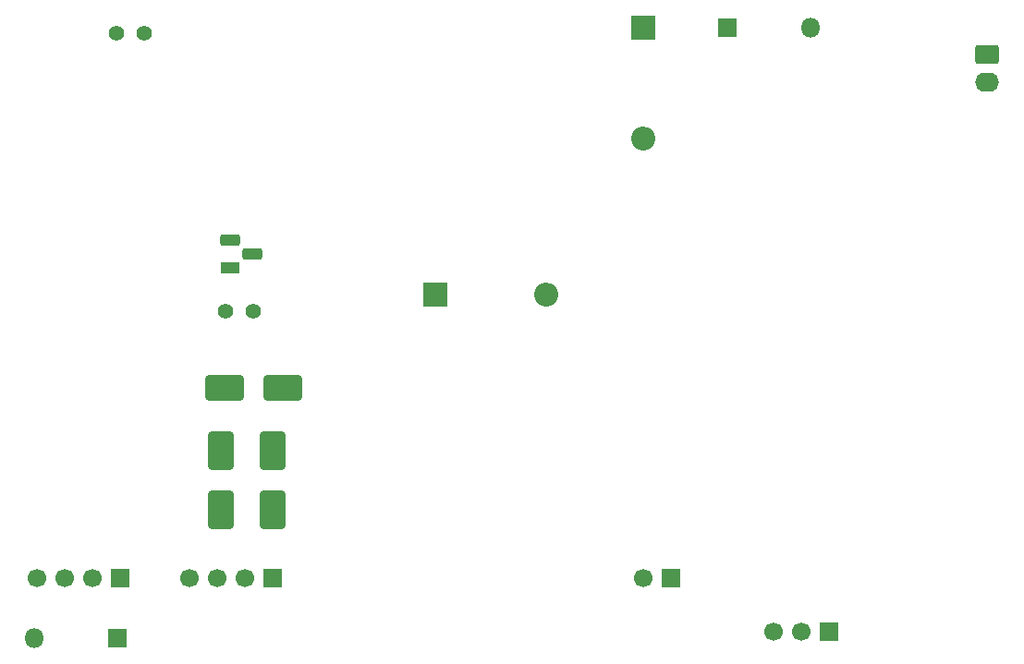
<source format=gbr>
%TF.GenerationSoftware,KiCad,Pcbnew,9.0.1*%
%TF.CreationDate,2025-05-10T22:15:22+02:00*%
%TF.ProjectId,Workcross-ReverseCam,576f726b-6372-46f7-9373-2d5265766572,rev?*%
%TF.SameCoordinates,Original*%
%TF.FileFunction,Soldermask,Top*%
%TF.FilePolarity,Negative*%
%FSLAX46Y46*%
G04 Gerber Fmt 4.6, Leading zero omitted, Abs format (unit mm)*
G04 Created by KiCad (PCBNEW 9.0.1) date 2025-05-10 22:15:22*
%MOMM*%
%LPD*%
G01*
G04 APERTURE LIST*
G04 Aperture macros list*
%AMRoundRect*
0 Rectangle with rounded corners*
0 $1 Rounding radius*
0 $2 $3 $4 $5 $6 $7 $8 $9 X,Y pos of 4 corners*
0 Add a 4 corners polygon primitive as box body*
4,1,4,$2,$3,$4,$5,$6,$7,$8,$9,$2,$3,0*
0 Add four circle primitives for the rounded corners*
1,1,$1+$1,$2,$3*
1,1,$1+$1,$4,$5*
1,1,$1+$1,$6,$7*
1,1,$1+$1,$8,$9*
0 Add four rect primitives between the rounded corners*
20,1,$1+$1,$2,$3,$4,$5,0*
20,1,$1+$1,$4,$5,$6,$7,0*
20,1,$1+$1,$6,$7,$8,$9,0*
20,1,$1+$1,$8,$9,$2,$3,0*%
G04 Aperture macros list end*
%ADD10RoundRect,0.250000X0.900000X-1.500000X0.900000X1.500000X-0.900000X1.500000X-0.900000X-1.500000X0*%
%ADD11RoundRect,0.250000X-0.900000X1.500000X-0.900000X-1.500000X0.900000X-1.500000X0.900000X1.500000X0*%
%ADD12RoundRect,0.250000X1.500000X0.900000X-1.500000X0.900000X-1.500000X-0.900000X1.500000X-0.900000X0*%
%ADD13C,1.400000*%
%ADD14R,1.700000X1.700000*%
%ADD15C,1.700000*%
%ADD16RoundRect,0.250000X-0.845000X0.620000X-0.845000X-0.620000X0.845000X-0.620000X0.845000X0.620000X0*%
%ADD17O,2.190000X1.740000*%
%ADD18R,1.800000X1.100000*%
%ADD19RoundRect,0.275000X0.625000X-0.275000X0.625000X0.275000X-0.625000X0.275000X-0.625000X-0.275000X0*%
%ADD20R,2.200000X2.200000*%
%ADD21O,2.200000X2.200000*%
%ADD22R,1.800000X1.800000*%
%ADD23O,1.800000X1.800000*%
G04 APERTURE END LIST*
D10*
%TO.C,D5*%
X127300000Y-97700000D03*
X127300000Y-92300000D03*
%TD*%
D11*
%TO.C,D6*%
X132000000Y-92300000D03*
X132000000Y-97700000D03*
%TD*%
D12*
%TO.C,D4*%
X133000000Y-86500000D03*
X127600000Y-86500000D03*
%TD*%
D13*
%TO.C,JP1*%
X117750000Y-54000000D03*
X120290000Y-54000000D03*
%TD*%
%TO.C,JP2*%
X130250000Y-79500000D03*
X127710000Y-79500000D03*
%TD*%
D14*
%TO.C,J3*%
X183000000Y-108885000D03*
D15*
X180460000Y-108885000D03*
X177920000Y-108885000D03*
%TD*%
D14*
%TO.C,J2*%
X132040000Y-104000000D03*
D15*
X129500000Y-104000000D03*
X126960000Y-104000000D03*
X124420000Y-104000000D03*
%TD*%
D16*
%TO.C,J1*%
X197520000Y-56000000D03*
D17*
X197520000Y-58540000D03*
%TD*%
D18*
%TO.C,U6*%
X128100000Y-75500000D03*
D19*
X130170000Y-74230000D03*
X128100000Y-72960000D03*
%TD*%
D20*
%TO.C,D10*%
X146920000Y-78000000D03*
D21*
X157080000Y-78000000D03*
%TD*%
D20*
%TO.C,D9*%
X166000000Y-53500000D03*
D21*
X166000000Y-63660000D03*
%TD*%
D14*
%TO.C,J4*%
X118040000Y-104000000D03*
D15*
X115500000Y-104000000D03*
X112960000Y-104000000D03*
X110420000Y-104000000D03*
%TD*%
D22*
%TO.C,D8*%
X173690000Y-53500000D03*
D23*
X181310000Y-53500000D03*
%TD*%
D22*
%TO.C,D13*%
X117810000Y-109500000D03*
D23*
X110190000Y-109500000D03*
%TD*%
D14*
%TO.C,J5*%
X168500000Y-104000000D03*
D15*
X165960000Y-104000000D03*
%TD*%
M02*

</source>
